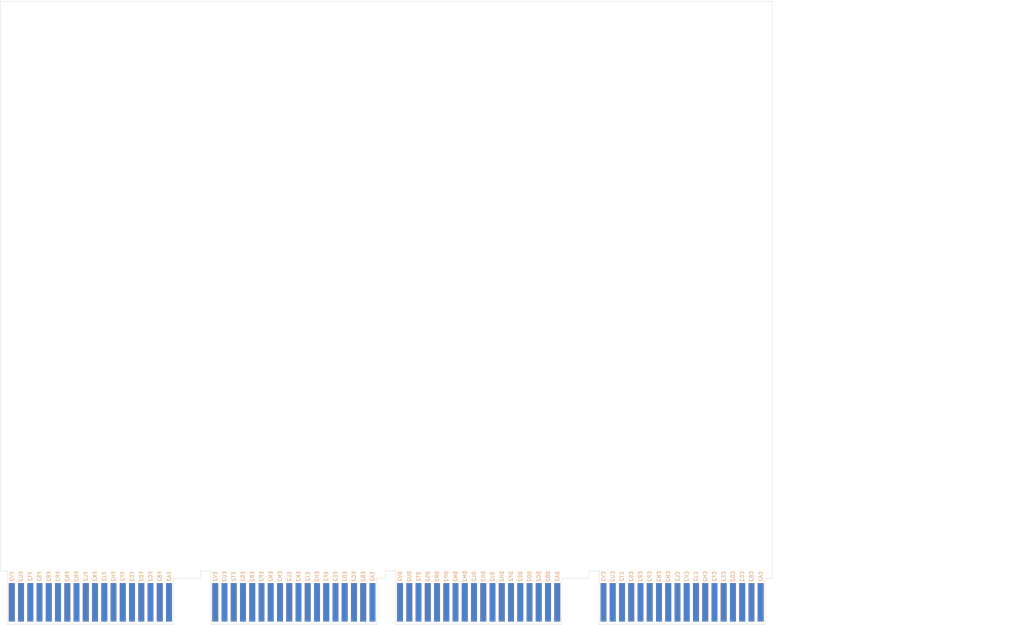
<source format=kicad_pcb>
(kicad_pcb (version 20171130) (host pcbnew "(5.1.10)-1")

  (general
    (thickness 1.6)
    (drawings 39)
    (tracks 0)
    (zones 0)
    (modules 9)
    (nets 1)
  )

  (page C)
  (title_block
    (title "DEC FLIP CHIP Module : Quad-Height, Extended-Length, Rows C-F")
    (rev 1)
  )

  (layers
    (0 F.Cu signal)
    (31 B.Cu signal)
    (32 B.Adhes user)
    (33 F.Adhes user)
    (34 B.Paste user)
    (35 F.Paste user)
    (36 B.SilkS user)
    (37 F.SilkS user)
    (38 B.Mask user)
    (39 F.Mask user)
    (40 Dwgs.User user)
    (41 Cmts.User user)
    (42 Eco1.User user)
    (43 Eco2.User user)
    (44 Edge.Cuts user)
    (45 Margin user)
    (46 B.CrtYd user)
    (47 F.CrtYd user)
    (48 B.Fab user)
    (49 F.Fab user)
  )

  (setup
    (last_trace_width 0.25)
    (trace_clearance 0.2)
    (zone_clearance 0.508)
    (zone_45_only no)
    (trace_min 0.2)
    (via_size 0.8)
    (via_drill 0.4)
    (via_min_size 0.4)
    (via_min_drill 0.3)
    (uvia_size 0.3)
    (uvia_drill 0.1)
    (uvias_allowed no)
    (uvia_min_size 0.2)
    (uvia_min_drill 0.1)
    (edge_width 0.127)
    (segment_width 0.2)
    (pcb_text_width 0.3)
    (pcb_text_size 1.5 1.5)
    (mod_edge_width 0.12)
    (mod_text_size 1 1)
    (mod_text_width 0.15)
    (pad_size 2.032 13.208)
    (pad_drill 0)
    (pad_to_mask_clearance 0)
    (aux_axis_origin 0 0)
    (grid_origin 406.4 304.8)
    (visible_elements 7FFFFFFF)
    (pcbplotparams
      (layerselection 0x010fc_ffffffff)
      (usegerberextensions false)
      (usegerberattributes true)
      (usegerberadvancedattributes true)
      (creategerberjobfile true)
      (excludeedgelayer true)
      (linewidth 0.100000)
      (plotframeref false)
      (viasonmask false)
      (mode 1)
      (useauxorigin false)
      (hpglpennumber 1)
      (hpglpenspeed 20)
      (hpglpendiameter 15.000000)
      (psnegative false)
      (psa4output false)
      (plotreference true)
      (plotvalue true)
      (plotinvisibletext false)
      (padsonsilk false)
      (subtractmaskfromsilk false)
      (outputformat 1)
      (mirror false)
      (drillshape 1)
      (scaleselection 1)
      (outputdirectory ""))
  )

  (net 0 "")

  (net_class Default "This is the default net class."
    (clearance 0.2)
    (trace_width 0.25)
    (via_dia 0.8)
    (via_drill 0.4)
    (uvia_dia 0.3)
    (uvia_drill 0.1)
  )

  (module DEC-FLIP-CHIP:CONN-DEC-QUAD-CF (layer F.Cu) (tedit 6169FD60) (tstamp 616A621F)
    (at 406.4 304.8)
    (descr "DEC FLIP CHIP QUAD-HEX Edge Connector, Rows C-F")
    (fp_text reference J1 (at -132.4864 4.6228) (layer Cmts.User) hide
      (effects (font (size 1.27 1.27) (thickness 0.2032)))
    )
    (fp_text value CONN-DEC-QUAD-CF (at -132.9944 7.7216) (layer Cmts.User) hide
      (effects (font (size 1.27 1.27) (thickness 0.2032)))
    )
    (fp_text user FP2 (at -245.2624 -16.51 90) (layer B.SilkS)
      (effects (font (size 1.27 1.27) (thickness 0.2032)) (justify mirror))
    )
    (fp_text user FS2 (at -251.6124 -16.51 90) (layer B.SilkS)
      (effects (font (size 1.27 1.27) (thickness 0.2032)) (justify mirror))
    )
    (fp_text user FT2 (at -254.7874 -16.51 90) (layer B.SilkS)
      (effects (font (size 1.27 1.27) (thickness 0.2032)) (justify mirror))
    )
    (fp_text user FV2 (at -261.1374 -16.51 90) (layer B.SilkS)
      (effects (font (size 1.27 1.27) (thickness 0.2032)) (justify mirror))
    )
    (fp_text user FU2 (at -257.9624 -16.51 90) (layer B.SilkS)
      (effects (font (size 1.27 1.27) (thickness 0.2032)) (justify mirror))
    )
    (fp_text user FR2 (at -248.4374 -16.51 90) (layer B.SilkS)
      (effects (font (size 1.27 1.27) (thickness 0.2032)) (justify mirror))
    )
    (fp_text user FM2 (at -238.9124 -16.51 90) (layer B.SilkS)
      (effects (font (size 1.27 1.27) (thickness 0.2032)) (justify mirror))
    )
    (fp_text user EB2 (at -140.4874 -16.51 90) (layer B.SilkS)
      (effects (font (size 1.27 1.27) (thickness 0.2032)) (justify mirror))
    )
    (fp_text user EN2 (at -172.2374 -16.51 90) (layer B.SilkS)
      (effects (font (size 1.27 1.27) (thickness 0.2032)) (justify mirror))
    )
    (fp_text user FE2 (at -219.8624 -16.51 90) (layer B.SilkS)
      (effects (font (size 1.27 1.27) (thickness 0.2032)) (justify mirror))
    )
    (fp_text user FL2 (at -235.7374 -16.51 90) (layer B.SilkS)
      (effects (font (size 1.27 1.27) (thickness 0.2032)) (justify mirror))
    )
    (fp_text user FJ2 (at -229.3874 -16.51 90) (layer B.SilkS)
      (effects (font (size 1.27 1.27) (thickness 0.2032)) (justify mirror))
    )
    (fp_text user FH2 (at -226.2124 -16.51 90) (layer B.SilkS)
      (effects (font (size 1.27 1.27) (thickness 0.2032)) (justify mirror))
    )
    (fp_text user ED2 (at -146.8374 -16.51 90) (layer B.SilkS)
      (effects (font (size 1.27 1.27) (thickness 0.2032)) (justify mirror))
    )
    (fp_text user EP2 (at -175.4124 -16.51 90) (layer B.SilkS)
      (effects (font (size 1.27 1.27) (thickness 0.2032)) (justify mirror))
    )
    (fp_text user FB2 (at -210.3374 -16.51 90) (layer B.SilkS)
      (effects (font (size 1.27 1.27) (thickness 0.2032)) (justify mirror))
    )
    (fp_text user EC2 (at -143.6624 -16.51 90) (layer B.SilkS)
      (effects (font (size 1.27 1.27) (thickness 0.2032)) (justify mirror))
    )
    (fp_text user ES2 (at -181.7624 -16.51 90) (layer B.SilkS)
      (effects (font (size 1.27 1.27) (thickness 0.2032)) (justify mirror))
    )
    (fp_text user EL2 (at -165.8874 -16.51 90) (layer B.SilkS)
      (effects (font (size 1.27 1.27) (thickness 0.2032)) (justify mirror))
    )
    (fp_text user EJ2 (at -159.5374 -16.51 90) (layer B.SilkS)
      (effects (font (size 1.27 1.27) (thickness 0.2032)) (justify mirror))
    )
    (fp_text user EA2 (at -137.3124 -16.51 90) (layer B.SilkS)
      (effects (font (size 1.27 1.27) (thickness 0.2032)) (justify mirror))
    )
    (fp_text user ET2 (at -184.9374 -16.51 90) (layer B.SilkS)
      (effects (font (size 1.27 1.27) (thickness 0.2032)) (justify mirror))
    )
    (fp_text user ER2 (at -178.5874 -16.51 90) (layer B.SilkS)
      (effects (font (size 1.27 1.27) (thickness 0.2032)) (justify mirror))
    )
    (fp_text user EU2 (at -188.1124 -16.51 90) (layer B.SilkS)
      (effects (font (size 1.27 1.27) (thickness 0.2032)) (justify mirror))
    )
    (fp_text user EV2 (at -191.2874 -16.51 90) (layer B.SilkS)
      (effects (font (size 1.27 1.27) (thickness 0.2032)) (justify mirror))
    )
    (fp_text user FN2 (at -242.0874 -16.51 90) (layer B.SilkS)
      (effects (font (size 1.27 1.27) (thickness 0.2032)) (justify mirror))
    )
    (fp_text user FK2 (at -232.5624 -16.51 90) (layer B.SilkS)
      (effects (font (size 1.27 1.27) (thickness 0.2032)) (justify mirror))
    )
    (fp_text user EK2 (at -162.7124 -16.51 90) (layer B.SilkS)
      (effects (font (size 1.27 1.27) (thickness 0.2032)) (justify mirror))
    )
    (fp_text user FF2 (at -223.0374 -16.51 90) (layer B.SilkS)
      (effects (font (size 1.27 1.27) (thickness 0.2032)) (justify mirror))
    )
    (fp_text user EM2 (at -169.0624 -16.51 90) (layer B.SilkS)
      (effects (font (size 1.27 1.27) (thickness 0.2032)) (justify mirror))
    )
    (fp_text user FA2 (at -207.1624 -16.51 90) (layer B.SilkS)
      (effects (font (size 1.27 1.27) (thickness 0.2032)) (justify mirror))
    )
    (fp_text user EF2 (at -153.1874 -16.51 90) (layer B.SilkS)
      (effects (font (size 1.27 1.27) (thickness 0.2032)) (justify mirror))
    )
    (fp_text user EH2 (at -156.3624 -16.51 90) (layer B.SilkS)
      (effects (font (size 1.27 1.27) (thickness 0.2032)) (justify mirror))
    )
    (fp_text user FD2 (at -216.6874 -16.51 90) (layer B.SilkS)
      (effects (font (size 1.27 1.27) (thickness 0.2032)) (justify mirror))
    )
    (fp_text user FC2 (at -213.5124 -16.51 90) (layer B.SilkS)
      (effects (font (size 1.27 1.27) (thickness 0.2032)) (justify mirror))
    )
    (fp_text user EE2 (at -150.0124 -16.51 90) (layer B.SilkS)
      (effects (font (size 1.27 1.27) (thickness 0.2032)) (justify mirror))
    )
    (fp_text user FE1 (at -219.8624 -16.51 90) (layer F.SilkS)
      (effects (font (size 1.27 1.27) (thickness 0.2032)))
    )
    (fp_text user FK1 (at -232.5624 -16.51 90) (layer F.SilkS)
      (effects (font (size 1.27 1.27) (thickness 0.2032)))
    )
    (fp_text user EB1 (at -140.4874 -16.51 90) (layer F.SilkS)
      (effects (font (size 1.27 1.27) (thickness 0.2032)))
    )
    (fp_text user FL1 (at -235.7374 -16.51 90) (layer F.SilkS)
      (effects (font (size 1.27 1.27) (thickness 0.2032)))
    )
    (fp_text user FM1 (at -238.9124 -16.51 90) (layer F.SilkS)
      (effects (font (size 1.27 1.27) (thickness 0.2032)))
    )
    (fp_text user FR1 (at -248.4374 -16.51 90) (layer F.SilkS)
      (effects (font (size 1.27 1.27) (thickness 0.2032)))
    )
    (fp_text user EP1 (at -175.4124 -16.51 90) (layer F.SilkS)
      (effects (font (size 1.27 1.27) (thickness 0.2032)))
    )
    (fp_text user FA1 (at -207.1624 -16.51 90) (layer F.SilkS)
      (effects (font (size 1.27 1.27) (thickness 0.2032)))
    )
    (fp_text user FC1 (at -213.5124 -16.51 90) (layer F.SilkS)
      (effects (font (size 1.27 1.27) (thickness 0.2032)))
    )
    (fp_text user FV1 (at -261.1374 -16.51 90) (layer F.SilkS)
      (effects (font (size 1.27 1.27) (thickness 0.2032)))
    )
    (fp_text user ER1 (at -178.5874 -16.51 90) (layer F.SilkS)
      (effects (font (size 1.27 1.27) (thickness 0.2032)))
    )
    (fp_text user ES1 (at -181.7624 -16.51 90) (layer F.SilkS)
      (effects (font (size 1.27 1.27) (thickness 0.2032)))
    )
    (fp_text user EV1 (at -191.2874 -16.51 90) (layer F.SilkS)
      (effects (font (size 1.27 1.27) (thickness 0.2032)))
    )
    (fp_text user FB1 (at -210.3374 -16.51 90) (layer F.SilkS)
      (effects (font (size 1.27 1.27) (thickness 0.2032)))
    )
    (fp_text user EN1 (at -172.2374 -16.51 90) (layer F.SilkS)
      (effects (font (size 1.27 1.27) (thickness 0.2032)))
    )
    (fp_text user EU1 (at -188.1124 -16.51 90) (layer F.SilkS)
      (effects (font (size 1.27 1.27) (thickness 0.2032)))
    )
    (fp_text user EF1 (at -153.1874 -16.51 90) (layer F.SilkS)
      (effects (font (size 1.27 1.27) (thickness 0.2032)))
    )
    (fp_text user FD1 (at -216.6874 -16.51 90) (layer F.SilkS)
      (effects (font (size 1.27 1.27) (thickness 0.2032)))
    )
    (fp_text user FS1 (at -251.6124 -16.51 90) (layer F.SilkS)
      (effects (font (size 1.27 1.27) (thickness 0.2032)))
    )
    (fp_text user FH1 (at -226.2124 -16.51 90) (layer F.SilkS)
      (effects (font (size 1.27 1.27) (thickness 0.2032)))
    )
    (fp_text user EL1 (at -165.8874 -16.51 90) (layer F.SilkS)
      (effects (font (size 1.27 1.27) (thickness 0.2032)))
    )
    (fp_text user EK1 (at -162.7124 -16.51 90) (layer F.SilkS)
      (effects (font (size 1.27 1.27) (thickness 0.2032)))
    )
    (fp_text user EH1 (at -156.3624 -16.51 90) (layer F.SilkS)
      (effects (font (size 1.27 1.27) (thickness 0.2032)))
    )
    (fp_text user FU1 (at -257.9624 -16.51 90) (layer F.SilkS)
      (effects (font (size 1.27 1.27) (thickness 0.2032)))
    )
    (fp_text user ET1 (at -184.9374 -16.51 90) (layer F.SilkS)
      (effects (font (size 1.27 1.27) (thickness 0.2032)))
    )
    (fp_text user EA1 (at -137.3124 -16.51 90) (layer F.SilkS)
      (effects (font (size 1.27 1.27) (thickness 0.2032)))
    )
    (fp_text user ED1 (at -146.8374 -16.51 90) (layer F.SilkS)
      (effects (font (size 1.27 1.27) (thickness 0.2032)))
    )
    (fp_text user EC1 (at -143.6624 -16.51 90) (layer F.SilkS)
      (effects (font (size 1.27 1.27) (thickness 0.2032)))
    )
    (fp_text user FF1 (at -223.0374 -16.51 90) (layer F.SilkS)
      (effects (font (size 1.27 1.27) (thickness 0.2032)))
    )
    (fp_text user FJ1 (at -229.3874 -16.51 90) (layer F.SilkS)
      (effects (font (size 1.27 1.27) (thickness 0.2032)))
    )
    (fp_text user FT1 (at -254.7874 -16.51 90) (layer F.SilkS)
      (effects (font (size 1.27 1.27) (thickness 0.2032)))
    )
    (fp_text user FP1 (at -245.2624 -16.51 90) (layer F.SilkS)
      (effects (font (size 1.27 1.27) (thickness 0.2032)))
    )
    (fp_text user FN1 (at -242.0874 -16.51 90) (layer F.SilkS)
      (effects (font (size 1.27 1.27) (thickness 0.2032)))
    )
    (fp_text user EE1 (at -150.0124 -16.51 90) (layer F.SilkS)
      (effects (font (size 1.27 1.27) (thickness 0.2032)))
    )
    (fp_text user EM1 (at -169.0624 -16.51 90) (layer F.SilkS)
      (effects (font (size 1.27 1.27) (thickness 0.2032)))
    )
    (fp_text user EJ1 (at -159.5374 -16.51 90) (layer F.SilkS)
      (effects (font (size 1.27 1.27) (thickness 0.2032)))
    )
    (fp_text user DV2 (at -127.8382 -16.51 90) (layer B.SilkS)
      (effects (font (size 1.27 1.27) (thickness 0.2032)) (justify mirror))
    )
    (fp_text user DU2 (at -124.6632 -16.51 90) (layer B.SilkS)
      (effects (font (size 1.27 1.27) (thickness 0.2032)) (justify mirror))
    )
    (fp_text user DT2 (at -121.4882 -16.51 90) (layer B.SilkS)
      (effects (font (size 1.27 1.27) (thickness 0.2032)) (justify mirror))
    )
    (fp_text user DS2 (at -118.3132 -16.51 90) (layer B.SilkS)
      (effects (font (size 1.27 1.27) (thickness 0.2032)) (justify mirror))
    )
    (fp_text user DR2 (at -115.1382 -16.51 90) (layer B.SilkS)
      (effects (font (size 1.27 1.27) (thickness 0.2032)) (justify mirror))
    )
    (fp_text user DP2 (at -111.9632 -16.51 90) (layer B.SilkS)
      (effects (font (size 1.27 1.27) (thickness 0.2032)) (justify mirror))
    )
    (fp_text user DN2 (at -108.7882 -16.51 90) (layer B.SilkS)
      (effects (font (size 1.27 1.27) (thickness 0.2032)) (justify mirror))
    )
    (fp_text user DM2 (at -105.6132 -16.51 90) (layer B.SilkS)
      (effects (font (size 1.27 1.27) (thickness 0.2032)) (justify mirror))
    )
    (fp_text user DL2 (at -102.4382 -16.51 90) (layer B.SilkS)
      (effects (font (size 1.27 1.27) (thickness 0.2032)) (justify mirror))
    )
    (fp_text user DK2 (at -99.2632 -16.51 90) (layer B.SilkS)
      (effects (font (size 1.27 1.27) (thickness 0.2032)) (justify mirror))
    )
    (fp_text user DJ2 (at -96.0882 -16.51 90) (layer B.SilkS)
      (effects (font (size 1.27 1.27) (thickness 0.2032)) (justify mirror))
    )
    (fp_text user DH2 (at -92.9132 -16.51 90) (layer B.SilkS)
      (effects (font (size 1.27 1.27) (thickness 0.2032)) (justify mirror))
    )
    (fp_text user DF2 (at -89.7382 -16.51 90) (layer B.SilkS)
      (effects (font (size 1.27 1.27) (thickness 0.2032)) (justify mirror))
    )
    (fp_text user DE2 (at -86.5632 -16.51 90) (layer B.SilkS)
      (effects (font (size 1.27 1.27) (thickness 0.2032)) (justify mirror))
    )
    (fp_text user DD2 (at -83.3882 -16.51 90) (layer B.SilkS)
      (effects (font (size 1.27 1.27) (thickness 0.2032)) (justify mirror))
    )
    (fp_text user DC2 (at -80.2132 -16.51 90) (layer B.SilkS)
      (effects (font (size 1.27 1.27) (thickness 0.2032)) (justify mirror))
    )
    (fp_text user DB2 (at -77.0382 -16.51 90) (layer B.SilkS)
      (effects (font (size 1.27 1.27) (thickness 0.2032)) (justify mirror))
    )
    (fp_text user DA2 (at -73.8632 -16.51 90) (layer B.SilkS)
      (effects (font (size 1.27 1.27) (thickness 0.2032)) (justify mirror))
    )
    (fp_text user CA2 (at -4.0132 -16.51 90) (layer B.SilkS)
      (effects (font (size 1.27 1.27) (thickness 0.2032)) (justify mirror))
    )
    (fp_text user CB2 (at -7.1882 -16.51 90) (layer B.SilkS)
      (effects (font (size 1.27 1.27) (thickness 0.2032)) (justify mirror))
    )
    (fp_text user CC2 (at -10.3632 -16.51 90) (layer B.SilkS)
      (effects (font (size 1.27 1.27) (thickness 0.2032)) (justify mirror))
    )
    (fp_text user CD2 (at -13.5382 -16.51 90) (layer B.SilkS)
      (effects (font (size 1.27 1.27) (thickness 0.2032)) (justify mirror))
    )
    (fp_text user CE2 (at -16.7132 -16.51 90) (layer B.SilkS)
      (effects (font (size 1.27 1.27) (thickness 0.2032)) (justify mirror))
    )
    (fp_text user CF2 (at -19.8882 -16.51 90) (layer B.SilkS)
      (effects (font (size 1.27 1.27) (thickness 0.2032)) (justify mirror))
    )
    (fp_text user CH2 (at -23.0632 -16.51 90) (layer B.SilkS)
      (effects (font (size 1.27 1.27) (thickness 0.2032)) (justify mirror))
    )
    (fp_text user CJ2 (at -26.2382 -16.51 90) (layer B.SilkS)
      (effects (font (size 1.27 1.27) (thickness 0.2032)) (justify mirror))
    )
    (fp_text user CK2 (at -29.4132 -16.51 90) (layer B.SilkS)
      (effects (font (size 1.27 1.27) (thickness 0.2032)) (justify mirror))
    )
    (fp_text user CL2 (at -32.5882 -16.51 90) (layer B.SilkS)
      (effects (font (size 1.27 1.27) (thickness 0.2032)) (justify mirror))
    )
    (fp_text user CM2 (at -35.7632 -16.51 90) (layer B.SilkS)
      (effects (font (size 1.27 1.27) (thickness 0.2032)) (justify mirror))
    )
    (fp_text user CN2 (at -38.9382 -16.51 90) (layer B.SilkS)
      (effects (font (size 1.27 1.27) (thickness 0.2032)) (justify mirror))
    )
    (fp_text user CP2 (at -42.1132 -16.51 90) (layer B.SilkS)
      (effects (font (size 1.27 1.27) (thickness 0.2032)) (justify mirror))
    )
    (fp_text user CR2 (at -45.2882 -16.51 90) (layer B.SilkS)
      (effects (font (size 1.27 1.27) (thickness 0.2032)) (justify mirror))
    )
    (fp_text user CS2 (at -48.4632 -16.51 90) (layer B.SilkS)
      (effects (font (size 1.27 1.27) (thickness 0.2032)) (justify mirror))
    )
    (fp_text user CT2 (at -51.6382 -16.51 90) (layer B.SilkS)
      (effects (font (size 1.27 1.27) (thickness 0.2032)) (justify mirror))
    )
    (fp_text user CU2 (at -54.8132 -16.51 90) (layer B.SilkS)
      (effects (font (size 1.27 1.27) (thickness 0.2032)) (justify mirror))
    )
    (fp_text user CV2 (at -57.9882 -16.51 90) (layer B.SilkS)
      (effects (font (size 1.27 1.27) (thickness 0.2032)) (justify mirror))
    )
    (fp_text user DA1 (at -73.8632 -16.51 90) (layer F.SilkS)
      (effects (font (size 1.27 1.27) (thickness 0.2032)))
    )
    (fp_text user DB1 (at -77.0382 -16.51 90) (layer F.SilkS)
      (effects (font (size 1.27 1.27) (thickness 0.2032)))
    )
    (fp_text user DC1 (at -80.2132 -16.51 90) (layer F.SilkS)
      (effects (font (size 1.27 1.27) (thickness 0.2032)))
    )
    (fp_text user DD1 (at -83.3882 -16.51 90) (layer F.SilkS)
      (effects (font (size 1.27 1.27) (thickness 0.2032)))
    )
    (fp_text user DE1 (at -86.5632 -16.51 90) (layer F.SilkS)
      (effects (font (size 1.27 1.27) (thickness 0.2032)))
    )
    (fp_text user DF1 (at -89.7382 -16.51 90) (layer F.SilkS)
      (effects (font (size 1.27 1.27) (thickness 0.2032)))
    )
    (fp_text user DH1 (at -92.9132 -16.51 90) (layer F.SilkS)
      (effects (font (size 1.27 1.27) (thickness 0.2032)))
    )
    (fp_text user DJ1 (at -96.0882 -16.51 90) (layer F.SilkS)
      (effects (font (size 1.27 1.27) (thickness 0.2032)))
    )
    (fp_text user DK1 (at -99.2632 -16.51 90) (layer F.SilkS)
      (effects (font (size 1.27 1.27) (thickness 0.2032)))
    )
    (fp_text user DL1 (at -102.4382 -16.51 90) (layer F.SilkS)
      (effects (font (size 1.27 1.27) (thickness 0.2032)))
    )
    (fp_text user DM1 (at -105.6132 -16.51 90) (layer F.SilkS)
      (effects (font (size 1.27 1.27) (thickness 0.2032)))
    )
    (fp_text user DN1 (at -108.7882 -16.51 90) (layer F.SilkS)
      (effects (font (size 1.27 1.27) (thickness 0.2032)))
    )
    (fp_text user DP1 (at -111.9632 -16.51 90) (layer F.SilkS)
      (effects (font (size 1.27 1.27) (thickness 0.2032)))
    )
    (fp_text user DR1 (at -115.1382 -16.51 90) (layer F.SilkS)
      (effects (font (size 1.27 1.27) (thickness 0.2032)))
    )
    (fp_text user DS1 (at -118.3132 -16.51 90) (layer F.SilkS)
      (effects (font (size 1.27 1.27) (thickness 0.2032)))
    )
    (fp_text user DT1 (at -121.4882 -16.51 90) (layer F.SilkS)
      (effects (font (size 1.27 1.27) (thickness 0.2032)))
    )
    (fp_text user DU1 (at -124.6632 -16.51 90) (layer F.SilkS)
      (effects (font (size 1.27 1.27) (thickness 0.2032)))
    )
    (fp_text user DV1 (at -127.8382 -16.51 90) (layer F.SilkS)
      (effects (font (size 1.27 1.27) (thickness 0.2032)))
    )
    (fp_text user CV1 (at -57.9882 -16.51 90) (layer F.SilkS)
      (effects (font (size 1.27 1.27) (thickness 0.2032)))
    )
    (fp_text user CU1 (at -54.8132 -16.51 90) (layer F.SilkS)
      (effects (font (size 1.27 1.27) (thickness 0.2032)))
    )
    (fp_text user CT1 (at -51.6382 -16.51 90) (layer F.SilkS)
      (effects (font (size 1.27 1.27) (thickness 0.2032)))
    )
    (fp_text user CS1 (at -48.4632 -16.51 90) (layer F.SilkS)
      (effects (font (size 1.27 1.27) (thickness 0.2032)))
    )
    (fp_text user CR1 (at -45.2882 -16.51 90) (layer F.SilkS)
      (effects (font (size 1.27 1.27) (thickness 0.2032)))
    )
    (fp_text user CP1 (at -42.1132 -16.51 90) (layer F.SilkS)
      (effects (font (size 1.27 1.27) (thickness 0.2032)))
    )
    (fp_text user CN1 (at -38.9382 -16.51 90) (layer F.SilkS)
      (effects (font (size 1.27 1.27) (thickness 0.2032)))
    )
    (fp_text user CM1 (at -35.7632 -16.51 90) (layer F.SilkS)
      (effects (font (size 1.27 1.27) (thickness 0.2032)))
    )
    (fp_text user CL1 (at -32.5882 -16.51 90) (layer F.SilkS)
      (effects (font (size 1.27 1.27) (thickness 0.2032)))
    )
    (fp_text user CK1 (at -29.4132 -16.51 90) (layer F.SilkS)
      (effects (font (size 1.27 1.27) (thickness 0.2032)))
    )
    (fp_text user CJ1 (at -26.2382 -16.51 90) (layer F.SilkS)
      (effects (font (size 1.27 1.27) (thickness 0.2032)))
    )
    (fp_text user CH1 (at -23.0632 -16.51 90) (layer F.SilkS)
      (effects (font (size 1.27 1.27) (thickness 0.2032)))
    )
    (fp_text user CF1 (at -19.8882 -16.51 90) (layer F.SilkS)
      (effects (font (size 1.27 1.27) (thickness 0.2032)))
    )
    (fp_text user CE1 (at -16.7132 -16.51 90) (layer F.SilkS)
      (effects (font (size 1.27 1.27) (thickness 0.2032)))
    )
    (fp_text user CD1 (at -13.5382 -16.51 90) (layer F.SilkS)
      (effects (font (size 1.27 1.27) (thickness 0.2032)))
    )
    (fp_text user CC1 (at -10.3632 -16.51 90) (layer F.SilkS)
      (effects (font (size 1.27 1.27) (thickness 0.2032)))
    )
    (fp_text user CB1 (at -7.1882 -16.51 90) (layer F.SilkS)
      (effects (font (size 1.27 1.27) (thickness 0.2032)))
    )
    (fp_text user CA1 (at -4.0132 -16.51 90) (layer F.SilkS)
      (effects (font (size 1.27 1.27) (thickness 0.2032)))
    )
    (pad FN2 connect rect (at -242.0874 -13.462) (size 2.032 13.208) (drill (offset 0 5.842)) (layers B.Cu B.Mask))
    (pad FE2 connect rect (at -219.8624 -13.462) (size 2.032 13.208) (drill (offset 0 5.842)) (layers B.Cu B.Mask))
    (pad EU2 connect rect (at -188.1124 -13.462) (size 2.032 13.208) (drill (offset 0 5.842)) (layers B.Cu B.Mask))
    (pad EM2 connect rect (at -169.0624 -13.462) (size 2.032 13.208) (drill (offset 0 5.842)) (layers B.Cu B.Mask))
    (pad FC2 connect rect (at -213.5124 -13.462) (size 2.032 13.208) (drill (offset 0 5.842)) (layers B.Cu B.Mask))
    (pad EA2 connect rect (at -137.3124 -13.462) (size 2.032 13.208) (drill (offset 0 5.842)) (layers B.Cu B.Mask))
    (pad FK2 connect rect (at -232.5624 -13.462) (size 2.032 13.208) (drill (offset 0 5.842)) (layers B.Cu B.Mask))
    (pad FM2 connect rect (at -238.9124 -13.462) (size 2.032 13.208) (drill (offset 0 5.842)) (layers B.Cu B.Mask))
    (pad EK2 connect rect (at -162.7124 -13.462) (size 2.032 13.208) (drill (offset 0 5.842)) (layers B.Cu B.Mask))
    (pad ER2 connect rect (at -178.5874 -13.462) (size 2.032 13.208) (drill (offset 0 5.842)) (layers B.Cu B.Mask))
    (pad EL2 connect rect (at -165.8874 -13.462) (size 2.032 13.208) (drill (offset 0 5.842)) (layers B.Cu B.Mask))
    (pad EV2 connect rect (at -191.2874 -13.462) (size 2.032 13.208) (drill (offset 0 5.842)) (layers B.Cu B.Mask))
    (pad EB2 connect rect (at -140.4874 -13.462) (size 2.032 13.208) (drill (offset 0 5.842)) (layers B.Cu B.Mask))
    (pad FF2 connect rect (at -223.0374 -13.462) (size 2.032 13.208) (drill (offset 0 5.842)) (layers B.Cu B.Mask))
    (pad FL2 connect rect (at -235.7374 -13.462) (size 2.032 13.208) (drill (offset 0 5.842)) (layers B.Cu B.Mask))
    (pad ET2 connect rect (at -184.9374 -13.462) (size 2.032 13.208) (drill (offset 0 5.842)) (layers B.Cu B.Mask))
    (pad FS2 connect rect (at -251.6124 -13.462) (size 2.032 13.208) (drill (offset 0 5.842)) (layers B.Cu B.Mask))
    (pad FU2 connect rect (at -257.9624 -13.462) (size 2.032 13.208) (drill (offset 0 5.842)) (layers B.Cu B.Mask))
    (pad ED2 connect rect (at -146.8374 -13.462) (size 2.032 13.208) (drill (offset 0 5.842)) (layers B.Cu B.Mask))
    (pad EE2 connect rect (at -150.0124 -13.462) (size 2.032 13.208) (drill (offset 0 5.842)) (layers B.Cu B.Mask))
    (pad FA2 connect rect (at -207.1624 -13.462) (size 2.032 13.208) (drill (offset 0 5.842)) (layers B.Cu B.Mask))
    (pad FJ2 connect rect (at -229.3874 -13.462) (size 2.032 13.208) (drill (offset 0 5.842)) (layers B.Cu B.Mask))
    (pad ES2 connect rect (at -181.7624 -13.462) (size 2.032 13.208) (drill (offset 0 5.842)) (layers B.Cu B.Mask))
    (pad EC2 connect rect (at -143.6624 -13.462) (size 2.032 13.208) (drill (offset 0 5.842)) (layers B.Cu B.Mask))
    (pad FT2 connect rect (at -254.7874 -13.462) (size 2.032 13.208) (drill (offset 0 5.842)) (layers B.Cu B.Mask))
    (pad EF2 connect rect (at -153.1874 -13.462) (size 2.032 13.208) (drill (offset 0 5.842)) (layers B.Cu B.Mask))
    (pad EP2 connect rect (at -175.4124 -13.462) (size 2.032 13.208) (drill (offset 0 5.842)) (layers B.Cu B.Mask))
    (pad EH2 connect rect (at -156.3624 -13.462) (size 2.032 13.208) (drill (offset 0 5.842)) (layers B.Cu B.Mask))
    (pad EN2 connect rect (at -172.2374 -13.462) (size 2.032 13.208) (drill (offset 0 5.842)) (layers B.Cu B.Mask))
    (pad FV2 connect rect (at -261.1374 -13.462) (size 2.032 13.208) (drill (offset 0 5.842)) (layers B.Cu B.Mask))
    (pad FH2 connect rect (at -226.2124 -13.462) (size 2.032 13.208) (drill (offset 0 5.842)) (layers B.Cu B.Mask))
    (pad FP2 connect rect (at -245.2624 -13.462) (size 2.032 13.208) (drill (offset 0 5.842)) (layers B.Cu B.Mask))
    (pad EJ2 connect rect (at -159.5374 -13.462) (size 2.032 13.208) (drill (offset 0 5.842)) (layers B.Cu B.Mask))
    (pad FR2 connect rect (at -248.4374 -13.462) (size 2.032 13.208) (drill (offset 0 5.842)) (layers B.Cu B.Mask))
    (pad FB2 connect rect (at -210.3374 -13.462) (size 2.032 13.208) (drill (offset 0 5.842)) (layers B.Cu B.Mask))
    (pad FD2 connect rect (at -216.6874 -13.462) (size 2.032 13.208) (drill (offset 0 5.842)) (layers B.Cu B.Mask))
    (pad FA1 connect rect (at -207.1624 -13.462) (size 2.032 13.208) (drill (offset 0 5.842)) (layers F.Cu F.Mask))
    (pad ER1 connect rect (at -178.5874 -13.462) (size 2.032 13.208) (drill (offset 0 5.842)) (layers F.Cu F.Mask))
    (pad ES1 connect rect (at -181.7624 -13.462) (size 2.032 13.208) (drill (offset 0 5.842)) (layers F.Cu F.Mask))
    (pad EH1 connect rect (at -156.3624 -13.462) (size 2.032 13.208) (drill (offset 0 5.842)) (layers F.Cu F.Mask))
    (pad FR1 connect rect (at -248.4374 -13.462) (size 2.032 13.208) (drill (offset 0 5.842)) (layers F.Cu F.Mask))
    (pad EK1 connect rect (at -162.7124 -13.462) (size 2.032 13.208) (drill (offset 0 5.842)) (layers F.Cu F.Mask))
    (pad FT1 connect rect (at -254.7874 -13.462) (size 2.032 13.208) (drill (offset 0 5.842)) (layers F.Cu F.Mask))
    (pad FS1 connect rect (at -251.6124 -13.462) (size 2.032 13.208) (drill (offset 0 5.842)) (layers F.Cu F.Mask))
    (pad EB1 connect rect (at -140.4874 -13.462) (size 2.032 13.208) (drill (offset 0 5.842)) (layers F.Cu F.Mask))
    (pad FK1 connect rect (at -232.5624 -13.462) (size 2.032 13.208) (drill (offset 0 5.842)) (layers F.Cu F.Mask))
    (pad FC1 connect rect (at -213.5124 -13.462) (size 2.032 13.208) (drill (offset 0 5.842)) (layers F.Cu F.Mask))
    (pad EF1 connect rect (at -153.1874 -13.462) (size 2.032 13.208) (drill (offset 0 5.842)) (layers F.Cu F.Mask))
    (pad EJ1 connect rect (at -159.5374 -13.462) (size 2.032 13.208) (drill (offset 0 5.842)) (layers F.Cu F.Mask))
    (pad FM1 connect rect (at -238.9124 -13.462) (size 2.032 13.208) (drill (offset 0 5.842)) (layers F.Cu F.Mask))
    (pad ED1 connect rect (at -146.8374 -13.462) (size 2.032 13.208) (drill (offset 0 5.842)) (layers F.Cu F.Mask))
    (pad FE1 connect rect (at -219.8624 -13.462) (size 2.032 13.208) (drill (offset 0 5.842)) (layers F.Cu F.Mask))
    (pad EV1 connect rect (at -191.2874 -13.462) (size 2.032 13.208) (drill (offset 0 5.842)) (layers F.Cu F.Mask))
    (pad FP1 connect rect (at -245.2624 -13.462) (size 2.032 13.208) (drill (offset 0 5.842)) (layers F.Cu F.Mask))
    (pad FN1 connect rect (at -242.0874 -13.462) (size 2.032 13.208) (drill (offset 0 5.842)) (layers F.Cu F.Mask))
    (pad FH1 connect rect (at -226.2124 -13.462) (size 2.032 13.208) (drill (offset 0 5.842)) (layers F.Cu F.Mask))
    (pad EM1 connect rect (at -169.0624 -13.462) (size 2.032 13.208) (drill (offset 0 5.842)) (layers F.Cu F.Mask))
    (pad FJ1 connect rect (at -229.3874 -13.462) (size 2.032 13.208) (drill (offset 0 5.842)) (layers F.Cu F.Mask))
    (pad FB1 connect rect (at -210.3374 -13.462) (size 2.032 13.208) (drill (offset 0 5.842)) (layers F.Cu F.Mask))
    (pad EU1 connect rect (at -188.1124 -13.462) (size 2.032 13.208) (drill (offset 0 5.842)) (layers F.Cu F.Mask))
    (pad EP1 connect rect (at -175.4124 -13.462) (size 2.032 13.208) (drill (offset 0 5.842)) (layers F.Cu F.Mask))
    (pad EL1 connect rect (at -165.8874 -13.462) (size 2.032 13.208) (drill (offset 0 5.842)) (layers F.Cu F.Mask))
    (pad EA1 connect rect (at -137.3124 -13.462) (size 2.032 13.208) (drill (offset 0 5.842)) (layers F.Cu F.Mask))
    (pad FF1 connect rect (at -223.0374 -13.462) (size 2.032 13.208) (drill (offset 0 5.842)) (layers F.Cu F.Mask))
    (pad ET1 connect rect (at -184.9374 -13.462) (size 2.032 13.208) (drill (offset 0 5.842)) (layers F.Cu F.Mask))
    (pad EE1 connect rect (at -150.0124 -13.462) (size 2.032 13.208) (drill (offset 0 5.842)) (layers F.Cu F.Mask))
    (pad EN1 connect rect (at -172.2374 -13.462) (size 2.032 13.208) (drill (offset 0 5.842)) (layers F.Cu F.Mask))
    (pad FL1 connect rect (at -235.7374 -13.462) (size 2.032 13.208) (drill (offset 0 5.842)) (layers F.Cu F.Mask))
    (pad EC1 connect rect (at -143.6624 -13.462) (size 2.032 13.208) (drill (offset 0 5.842)) (layers F.Cu F.Mask))
    (pad FV1 connect rect (at -261.1374 -13.462) (size 2.032 13.208) (drill (offset 0 5.842)) (layers F.Cu F.Mask))
    (pad FU1 connect rect (at -257.9624 -13.462) (size 2.032 13.208) (drill (offset 0 5.842)) (layers F.Cu F.Mask))
    (pad FD1 connect rect (at -216.6874 -13.462) (size 2.032 13.208) (drill (offset 0 5.842)) (layers F.Cu F.Mask))
    (pad DA2 connect rect (at -73.8632 -13.462) (size 2.032 13.208) (drill (offset 0 5.842)) (layers B.Cu B.Mask))
    (pad DB2 connect rect (at -77.0382 -13.462) (size 2.032 13.208) (drill (offset 0 5.842)) (layers B.Cu B.Mask))
    (pad DC2 connect rect (at -80.2132 -13.462) (size 2.032 13.208) (drill (offset 0 5.842)) (layers B.Cu B.Mask))
    (pad DD2 connect rect (at -83.3882 -13.462) (size 2.032 13.208) (drill (offset 0 5.842)) (layers B.Cu B.Mask))
    (pad DE2 connect rect (at -86.5632 -13.462) (size 2.032 13.208) (drill (offset 0 5.842)) (layers B.Cu B.Mask))
    (pad DF2 connect rect (at -89.7382 -13.462) (size 2.032 13.208) (drill (offset 0 5.842)) (layers B.Cu B.Mask))
    (pad DH2 connect rect (at -92.9132 -13.462) (size 2.032 13.208) (drill (offset 0 5.842)) (layers B.Cu B.Mask))
    (pad DJ2 connect rect (at -96.0882 -13.462) (size 2.032 13.208) (drill (offset 0 5.842)) (layers B.Cu B.Mask))
    (pad DK2 connect rect (at -99.2632 -13.462) (size 2.032 13.208) (drill (offset 0 5.842)) (layers B.Cu B.Mask))
    (pad DL2 connect rect (at -102.4382 -13.462) (size 2.032 13.208) (drill (offset 0 5.842)) (layers B.Cu B.Mask))
    (pad DM2 connect rect (at -105.6132 -13.462) (size 2.032 13.208) (drill (offset 0 5.842)) (layers B.Cu B.Mask))
    (pad DN2 connect rect (at -108.7882 -13.462) (size 2.032 13.208) (drill (offset 0 5.842)) (layers B.Cu B.Mask))
    (pad DP2 connect rect (at -111.9632 -13.462) (size 2.032 13.208) (drill (offset 0 5.842)) (layers B.Cu B.Mask))
    (pad DR2 connect rect (at -115.1382 -13.462) (size 2.032 13.208) (drill (offset 0 5.842)) (layers B.Cu B.Mask))
    (pad DS2 connect rect (at -118.3132 -13.462) (size 2.032 13.208) (drill (offset 0 5.842)) (layers B.Cu B.Mask))
    (pad DT2 connect rect (at -121.4882 -13.462) (size 2.032 13.208) (drill (offset 0 5.842)) (layers B.Cu B.Mask))
    (pad DU2 connect rect (at -124.6632 -13.462) (size 2.032 13.208) (drill (offset 0 5.842)) (layers B.Cu B.Mask))
    (pad DV2 connect rect (at -127.8382 -13.462) (size 2.032 13.208) (drill (offset 0 5.842)) (layers B.Cu B.Mask))
    (pad CA2 connect rect (at -4.0132 -13.462) (size 2.032 13.208) (drill (offset 0 5.842)) (layers B.Cu B.Mask))
    (pad CB2 connect rect (at -7.1882 -13.462) (size 2.032 13.208) (drill (offset 0 5.842)) (layers B.Cu B.Mask))
    (pad CC2 connect rect (at -10.3632 -13.462) (size 2.032 13.208) (drill (offset 0 5.842)) (layers B.Cu B.Mask))
    (pad CD2 connect rect (at -13.5382 -13.462) (size 2.032 13.208) (drill (offset 0 5.842)) (layers B.Cu B.Mask))
    (pad CE2 connect rect (at -16.7132 -13.462) (size 2.032 13.208) (drill (offset 0 5.842)) (layers B.Cu B.Mask))
    (pad CF2 connect rect (at -19.8882 -13.462) (size 2.032 13.208) (drill (offset 0 5.842)) (layers B.Cu B.Mask))
    (pad CH2 connect rect (at -23.0632 -13.462) (size 2.032 13.208) (drill (offset 0 5.842)) (layers B.Cu B.Mask))
    (pad CJ2 connect rect (at -26.2382 -13.462) (size 2.032 13.208) (drill (offset 0 5.842)) (layers B.Cu B.Mask))
    (pad CK2 connect rect (at -29.4132 -13.462) (size 2.032 13.208) (drill (offset 0 5.842)) (layers B.Cu B.Mask))
    (pad CL2 connect rect (at -32.5882 -13.462) (size 2.032 13.208) (drill (offset 0 5.842)) (layers B.Cu B.Mask))
    (pad CM2 connect rect (at -35.7632 -13.462) (size 2.032 13.208) (drill (offset 0 5.842)) (layers B.Cu B.Mask))
    (pad CN2 connect rect (at -38.9382 -13.462) (size 2.032 13.208) (drill (offset 0 5.842)) (layers B.Cu B.Mask))
    (pad CP2 connect rect (at -42.1132 -13.462) (size 2.032 13.208) (drill (offset 0 5.842)) (layers B.Cu B.Mask))
    (pad CR2 connect rect (at -45.2882 -13.462) (size 2.032 13.208) (drill (offset 0 5.842)) (layers B.Cu B.Mask))
    (pad CS2 connect rect (at -48.4632 -13.462) (size 2.032 13.208) (drill (offset 0 5.842)) (layers B.Cu B.Mask))
    (pad CT2 connect rect (at -51.6382 -13.462) (size 2.032 13.208) (drill (offset 0 5.842)) (layers B.Cu B.Mask))
    (pad CU2 connect rect (at -54.8132 -13.462) (size 2.032 13.208) (drill (offset 0 5.842)) (layers B.Cu B.Mask))
    (pad CV2 connect rect (at -57.9882 -13.462) (size 2.032 13.208) (drill (offset 0 5.842)) (layers B.Cu B.Mask))
    (pad DV1 connect rect (at -127.8382 -13.462) (size 2.032 13.208) (drill (offset 0 5.842)) (layers F.Cu F.Mask))
    (pad DU1 connect rect (at -124.6632 -13.462) (size 2.032 13.208) (drill (offset 0 5.842)) (layers F.Cu F.Mask))
    (pad DT1 connect rect (at -121.4882 -13.462) (size 2.032 13.208) (drill (offset 0 5.842)) (layers F.Cu F.Mask))
    (pad DS1 connect rect (at -118.3132 -13.462) (size 2.032 13.208) (drill (offset 0 5.842)) (layers F.Cu F.Mask))
    (pad DR1 connect rect (at -115.1382 -13.462) (size 2.032 13.208) (drill (offset 0 5.842)) (layers F.Cu F.Mask))
    (pad DP1 connect rect (at -111.9632 -13.462) (size 2.032 13.208) (drill (offset 0 5.842)) (layers F.Cu F.Mask))
    (pad DN1 connect rect (at -108.7882 -13.462) (size 2.032 13.208) (drill (offset 0 5.842)) (layers F.Cu F.Mask))
    (pad DM1 connect rect (at -105.6132 -13.462) (size 2.032 13.208) (drill (offset 0 5.842)) (layers F.Cu F.Mask))
    (pad DL1 connect rect (at -102.4382 -13.462) (size 2.032 13.208) (drill (offset 0 5.842)) (layers F.Cu F.Mask))
    (pad DK1 connect rect (at -99.2632 -13.462) (size 2.032 13.208) (drill (offset 0 5.842)) (layers F.Cu F.Mask))
    (pad DJ1 connect rect (at -96.0882 -13.462) (size 2.032 13.208) (drill (offset 0 5.842)) (layers F.Cu F.Mask))
    (pad DH1 connect rect (at -92.9132 -13.462) (size 2.032 13.208) (drill (offset 0 5.842)) (layers F.Cu F.Mask))
    (pad DF1 connect rect (at -89.7382 -13.462) (size 2.032 13.208) (drill (offset 0 5.842)) (layers F.Cu F.Mask))
    (pad DE1 connect rect (at -86.5632 -13.462) (size 2.032 13.208) (drill (offset 0 5.842)) (layers F.Cu F.Mask))
    (pad DD1 connect rect (at -83.3882 -13.462) (size 2.032 13.208) (drill (offset 0 5.842)) (layers F.Cu F.Mask))
    (pad DC1 connect rect (at -80.2132 -13.462) (size 2.032 13.208) (drill (offset 0 5.842)) (layers F.Cu F.Mask))
    (pad DB1 connect rect (at -77.0382 -13.462) (size 2.032 13.208) (drill (offset 0 5.842)) (layers F.Cu F.Mask))
    (pad DA1 connect rect (at -73.8632 -13.462) (size 2.032 13.208) (drill (offset 0 5.842)) (layers F.Cu F.Mask))
    (pad CV1 connect rect (at -57.9882 -13.462) (size 2.032 13.208) (drill (offset 0 5.842)) (layers F.Cu F.Mask))
    (pad CU1 connect rect (at -54.8132 -13.462) (size 2.032 13.208) (drill (offset 0 5.842)) (layers F.Cu F.Mask))
    (pad CT1 connect rect (at -51.6382 -13.462) (size 2.032 13.208) (drill (offset 0 5.842)) (layers F.Cu F.Mask))
    (pad CS1 connect rect (at -48.4632 -13.462) (size 2.032 13.208) (drill (offset 0 5.842)) (layers F.Cu F.Mask))
    (pad CR1 connect rect (at -45.2882 -13.462) (size 2.032 13.208) (drill (offset 0 5.842)) (layers F.Cu F.Mask))
    (pad CP1 connect rect (at -42.1132 -13.462) (size 2.032 13.208) (drill (offset 0 5.842)) (layers F.Cu F.Mask))
    (pad CN1 connect rect (at -38.9382 -13.462) (size 2.032 13.208) (drill (offset 0 5.842)) (layers F.Cu F.Mask))
    (pad CM1 connect rect (at -35.7632 -13.462) (size 2.032 13.208) (drill (offset 0 5.842)) (layers F.Cu F.Mask))
    (pad CL1 connect rect (at -32.5882 -13.462) (size 2.032 13.208) (drill (offset 0 5.842)) (layers F.Cu F.Mask))
    (pad CK1 connect rect (at -29.4132 -13.462) (size 2.032 13.208) (drill (offset 0 5.842)) (layers F.Cu F.Mask))
    (pad CJ1 connect rect (at -26.2382 -13.462) (size 2.032 13.208) (drill (offset 0 5.842)) (layers F.Cu F.Mask))
    (pad CH1 connect rect (at -23.0632 -13.462) (size 2.032 13.208) (drill (offset 0 5.842)) (layers F.Cu F.Mask))
    (pad CF1 connect rect (at -19.8882 -13.462) (size 2.032 13.208) (drill (offset 0 5.842)) (layers F.Cu F.Mask))
    (pad CE1 connect rect (at -16.7132 -13.462) (size 2.032 13.208) (drill (offset 0 5.842)) (layers F.Cu F.Mask))
    (pad CD1 connect rect (at -13.5382 -13.462) (size 2.032 13.208) (drill (offset 0 5.842)) (layers F.Cu F.Mask))
    (pad CC1 connect rect (at -10.3632 -13.462) (size 2.032 13.208) (drill (offset 0 5.842)) (layers F.Cu F.Mask))
    (pad CB1 connect rect (at -7.1882 -13.462) (size 2.032 13.208) (drill (offset 0 5.842)) (layers F.Cu F.Mask))
    (pad CA1 connect rect (at -4.0132 -13.462) (size 2.032 13.208) (drill (offset 0 5.842)) (layers F.Cu F.Mask))
  )

  (module MountingHole:MountingHole_3.2mm_M3 (layer F.Cu) (tedit 56D1B4CB) (tstamp 614E68A8)
    (at 146.8374 95.377)
    (descr "Mounting Hole 3.2mm, no annular, M3")
    (tags "mounting hole 3.2mm no annular m3")
    (attr virtual)
    (fp_text reference " " (at 0 -4.2) (layer F.SilkS)
      (effects (font (size 1 1) (thickness 0.15)))
    )
    (fp_text value " " (at 0 4.2) (layer F.Fab) hide
      (effects (font (size 1 1) (thickness 0.15) italic))
    )
    (fp_circle (center 0 0) (end 3.2 0) (layer Cmts.User) (width 0.15))
    (fp_circle (center 0 0) (end 3.45 0) (layer F.CrtYd) (width 0.05))
    (fp_text user %R (at 0 -0.127) (layer F.Fab)
      (effects (font (size 1 1) (thickness 0.15)))
    )
    (pad 1 np_thru_hole circle (at 0 0) (size 3.2 3.2) (drill 3.2) (layers *.Cu *.Mask))
  )

  (module MountingHole:MountingHole_3.2mm_M3 (layer F.Cu) (tedit 56D1B4CB) (tstamp 614E689A)
    (at 197.6374 95.25)
    (descr "Mounting Hole 3.2mm, no annular, M3")
    (tags "mounting hole 3.2mm no annular m3")
    (attr virtual)
    (fp_text reference " " (at 0 -4.2) (layer F.SilkS)
      (effects (font (size 1 1) (thickness 0.15)))
    )
    (fp_text value " " (at 0 4.2) (layer F.Fab) hide
      (effects (font (size 1 1) (thickness 0.15) italic))
    )
    (fp_circle (center 0 0) (end 3.45 0) (layer F.CrtYd) (width 0.05))
    (fp_circle (center 0 0) (end 3.2 0) (layer Cmts.User) (width 0.15))
    (fp_text user %R (at 0.3 0) (layer F.Fab)
      (effects (font (size 1 1) (thickness 0.15)))
    )
    (pad 1 np_thru_hole circle (at 0 0) (size 3.2 3.2) (drill 3.2) (layers *.Cu *.Mask))
  )

  (module MountingHole:MountingHole_3.2mm_M3 (layer F.Cu) (tedit 56D1B4CB) (tstamp 614E688C)
    (at 216.6874 95.377)
    (descr "Mounting Hole 3.2mm, no annular, M3")
    (tags "mounting hole 3.2mm no annular m3")
    (attr virtual)
    (fp_text reference " " (at 0 -4.2) (layer F.SilkS)
      (effects (font (size 1 1) (thickness 0.15)))
    )
    (fp_text value " " (at 0 4.2) (layer F.Fab) hide
      (effects (font (size 1 1) (thickness 0.15) italic))
    )
    (fp_circle (center 0 0) (end 3.2 0) (layer Cmts.User) (width 0.15))
    (fp_circle (center 0 0) (end 3.45 0) (layer F.CrtYd) (width 0.05))
    (fp_text user %R (at 0.3 -0.127) (layer F.Fab)
      (effects (font (size 1 1) (thickness 0.15)))
    )
    (pad 1 np_thru_hole circle (at 0 0) (size 3.2 3.2) (drill 3.2) (layers *.Cu *.Mask))
  )

  (module MountingHole:MountingHole_3.2mm_M3 (layer F.Cu) (tedit 56D1B4CB) (tstamp 614E687E)
    (at 267.4874 95.25)
    (descr "Mounting Hole 3.2mm, no annular, M3")
    (tags "mounting hole 3.2mm no annular m3")
    (attr virtual)
    (fp_text reference " " (at 0 -4.2) (layer F.SilkS)
      (effects (font (size 1 1) (thickness 0.15)))
    )
    (fp_text value " " (at 0 4.2) (layer F.Fab) hide
      (effects (font (size 1 1) (thickness 0.15) italic))
    )
    (fp_circle (center 0 0) (end 3.45 0) (layer F.CrtYd) (width 0.05))
    (fp_circle (center 0 0) (end 3.2 0) (layer Cmts.User) (width 0.15))
    (fp_text user %R (at 0.3 0) (layer F.Fab)
      (effects (font (size 1 1) (thickness 0.15)))
    )
    (pad 1 np_thru_hole circle (at 0 0) (size 3.2 3.2) (drill 3.2) (layers *.Cu *.Mask))
  )

  (module MountingHole:MountingHole_3.2mm_M3 (layer F.Cu) (tedit 56D1B4CB) (tstamp 614E6810)
    (at 400.8374 95.25)
    (descr "Mounting Hole 3.2mm, no annular, M3")
    (tags "mounting hole 3.2mm no annular m3")
    (attr virtual)
    (fp_text reference " " (at 0 -4.2) (layer F.SilkS)
      (effects (font (size 1 1) (thickness 0.15)))
    )
    (fp_text value " " (at 0 4.2) (layer F.Fab) hide
      (effects (font (size 1 1) (thickness 0.15) italic))
    )
    (fp_circle (center 0 0) (end 3.45 0) (layer F.CrtYd) (width 0.05))
    (fp_circle (center 0 0) (end 3.2 0) (layer Cmts.User) (width 0.15))
    (fp_text user %R (at 0.3 0) (layer F.Fab)
      (effects (font (size 1 1) (thickness 0.15)))
    )
    (pad 1 np_thru_hole circle (at 0 0) (size 3.2 3.2) (drill 3.2) (layers *.Cu *.Mask))
  )

  (module MountingHole:MountingHole_3.2mm_M3 (layer F.Cu) (tedit 56D1B4CB) (tstamp 614E67F9)
    (at 350.0374 95.25)
    (descr "Mounting Hole 3.2mm, no annular, M3")
    (tags "mounting hole 3.2mm no annular m3")
    (attr virtual)
    (fp_text reference " " (at 0 -4.2) (layer F.SilkS)
      (effects (font (size 1 1) (thickness 0.15)))
    )
    (fp_text value " " (at 0 4.2) (layer F.Fab) hide
      (effects (font (size 1 1) (thickness 0.15) italic))
    )
    (fp_circle (center 0 0) (end 3.2 0) (layer Cmts.User) (width 0.15))
    (fp_circle (center 0 0) (end 3.45 0) (layer F.CrtYd) (width 0.05))
    (fp_text user %R (at 0.3 0) (layer F.Fab)
      (effects (font (size 1 1) (thickness 0.15)))
    )
    (pad 1 np_thru_hole circle (at 0 0) (size 3.2 3.2) (drill 3.2) (layers *.Cu *.Mask))
  )

  (module MountingHole:MountingHole_3.2mm_M3 (layer F.Cu) (tedit 56D1B4CB) (tstamp 614E67DF)
    (at 330.9874 95.25)
    (descr "Mounting Hole 3.2mm, no annular, M3")
    (tags "mounting hole 3.2mm no annular m3")
    (attr virtual)
    (fp_text reference " " (at 0 -4.2) (layer F.SilkS)
      (effects (font (size 1 1) (thickness 0.15)))
    )
    (fp_text value " " (at 0 4.2) (layer F.Fab) hide
      (effects (font (size 1 1) (thickness 0.15) italic))
    )
    (fp_circle (center 0 0) (end 3.45 0) (layer F.CrtYd) (width 0.05))
    (fp_circle (center 0 0) (end 3.2 0) (layer Cmts.User) (width 0.15))
    (fp_text user %R (at 0.3 0) (layer F.Fab)
      (effects (font (size 1 1) (thickness 0.15)))
    )
    (pad 1 np_thru_hole circle (at 0 0) (size 3.2 3.2) (drill 3.2) (layers *.Cu *.Mask))
  )

  (module MountingHole:MountingHole_3.2mm_M3 (layer F.Cu) (tedit 56D1B4CB) (tstamp 614E6728)
    (at 280.1874 95.25)
    (descr "Mounting Hole 3.2mm, no annular, M3")
    (tags "mounting hole 3.2mm no annular m3")
    (attr virtual)
    (fp_text reference " " (at 0 -4.2) (layer F.SilkS)
      (effects (font (size 1 1) (thickness 0.15)))
    )
    (fp_text value " " (at 0 4.2) (layer F.Fab) hide
      (effects (font (size 1 1) (thickness 0.15) italic))
    )
    (fp_circle (center 0 0) (end 3.2 0) (layer Cmts.User) (width 0.15))
    (fp_circle (center 0 0) (end 3.45 0) (layer F.CrtYd) (width 0.05))
    (fp_text user %R (at 0 0) (layer F.Fab)
      (effects (font (size 1 1) (thickness 0.15)))
    )
    (pad 1 np_thru_hole circle (at 0 0) (size 3.2 3.2) (drill 3.2) (layers *.Cu *.Mask))
  )

  (gr_poly (pts (xy 403.86 304.8) (xy 346.964 304.8) (xy 346.964 290.576) (xy 403.86 290.576)) (layer B.Mask) (width 0) (tstamp 616A60BA))
  (gr_poly (pts (xy 334.01 304.8) (xy 277.114 304.8) (xy 277.1267 290.576) (xy 334.0227 290.576)) (layer B.Mask) (width 0) (tstamp 616A60B9))
  (gr_poly (pts (xy 200.7108 304.8) (xy 143.8148 304.8) (xy 143.8148 290.576) (xy 200.7108 290.576)) (layer B.Mask) (width 0) (tstamp 616A60B8))
  (gr_poly (pts (xy 270.5608 304.8) (xy 213.6648 304.8) (xy 213.6648 290.576) (xy 270.5608 290.576)) (layer B.Mask) (width 0) (tstamp 616A60B7))
  (gr_line (start 405.4348 110.8202) (end 413.9565 107.315) (layer Cmts.User) (width 0.254))
  (gr_text "Usable board space" (at 454.1012 106.1212) (layer Cmts.User)
    (effects (font (size 5.08 5.08) (thickness 0.508)))
  )
  (gr_line (start 142.875 284.8356) (end 142.875 101.6508) (layer Cmts.User) (width 0.15) (tstamp 614EAFCC))
  (gr_line (start 404.7998 101.6508) (end 142.875 101.6508) (layer Cmts.User) (width 0.15))
  (gr_line (start 404.7998 287.3756) (end 404.7998 101.6508) (layer Cmts.User) (width 0.15))
  (gr_poly (pts (xy 200.7108 304.8) (xy 143.8148 304.8) (xy 143.8148 290.576) (xy 200.7108 290.576)) (layer F.Mask) (width 0) (tstamp 614E8330))
  (gr_poly (pts (xy 270.5608 304.8) (xy 213.6648 304.8) (xy 213.6648 290.576) (xy 270.5608 290.576)) (layer F.Mask) (width 0) (tstamp 614E832C))
  (gr_poly (pts (xy 334.01 304.8) (xy 277.114 304.8) (xy 277.1267 290.576) (xy 334.0227 290.576)) (layer F.Mask) (width 0) (tstamp 614E8203))
  (gr_poly (pts (xy 403.86 304.8) (xy 346.964 304.8) (xy 346.964 290.576) (xy 403.86 290.576)) (layer F.Mask) (width 0))
  (gr_line (start 143.8148 286.385) (end 143.8148 304.8) (layer Edge.Cuts) (width 0.127) (tstamp 614E6264))
  (gr_line (start 200.7108 304.8) (end 143.8148 304.8) (layer Edge.Cuts) (width 0.127) (tstamp 614E59A3))
  (gr_line (start 210.1088 288.925) (end 200.7108 288.925) (layer Edge.Cuts) (width 0.127) (tstamp 614E599C))
  (gr_line (start 200.7108 288.925) (end 200.7108 304.8) (layer Edge.Cuts) (width 0.127) (tstamp 614E599B))
  (gr_line (start 210.1088 288.925) (end 210.1088 286.385) (layer Edge.Cuts) (width 0.127) (tstamp 614E599A))
  (gr_line (start 213.6648 286.385) (end 213.6648 304.8) (layer Edge.Cuts) (width 0.127) (tstamp 614E5999))
  (gr_line (start 213.6648 286.385) (end 210.1088 286.385) (layer Edge.Cuts) (width 0.127) (tstamp 614E5998))
  (gr_line (start 270.5608 304.8) (end 213.6648 304.8) (layer Edge.Cuts) (width 0.127) (tstamp 614E5980))
  (gr_line (start 277.114 286.385) (end 277.114 304.8) (layer Edge.Cuts) (width 0.127) (tstamp 614E597D))
  (gr_line (start 277.114 286.385) (end 273.558 286.385) (layer Edge.Cuts) (width 0.127) (tstamp 614E5977))
  (gr_line (start 273.558 288.925) (end 273.558 286.385) (layer Edge.Cuts) (width 0.127) (tstamp 614E5974))
  (gr_line (start 273.558 288.925) (end 270.5608 288.925) (layer Edge.Cuts) (width 0.127))
  (gr_line (start 270.5608 288.925) (end 270.5608 304.8) (layer Edge.Cuts) (width 0.127) (tstamp 614E596A))
  (gr_line (start 334.01 304.8) (end 277.114 304.8) (layer Edge.Cuts) (width 0.127) (tstamp 614E5966))
  (gr_line (start 346.964 286.385) (end 346.964 304.8) (layer Edge.Cuts) (width 0.127) (tstamp 614E5950))
  (gr_line (start 346.964 286.385) (end 343.408 286.385) (layer Edge.Cuts) (width 0.127))
  (gr_line (start 343.408 288.925) (end 343.408 286.385) (layer Edge.Cuts) (width 0.127))
  (gr_line (start 343.408 288.925) (end 334.01 288.925) (layer Edge.Cuts) (width 0.127))
  (gr_line (start 334.01 288.925) (end 334.01 304.8) (layer Edge.Cuts) (width 0.127) (tstamp 614E5936))
  (gr_line (start 403.86 304.8) (end 346.964 304.8) (layer Edge.Cuts) (width 0.127))
  (gr_line (start 403.86 288.925) (end 403.86 304.8) (layer Edge.Cuts) (width 0.127))
  (gr_line (start 141.2748 286.385) (end 143.8148 286.385) (layer Edge.Cuts) (width 0.127) (tstamp 614E591E))
  (gr_line (start 406.4 288.925) (end 403.86 288.925) (layer Edge.Cuts) (width 0.127) (tstamp 614E6232))
  (gr_line (start 141.2748 90.678) (end 141.2748 286.385) (layer Edge.Cuts) (width 0.127) (tstamp 614E590F))
  (gr_line (start 406.4 90.678) (end 141.2748 90.678) (layer Edge.Cuts) (width 0.127))
  (gr_line (start 406.4 90.678) (end 406.4 288.925) (layer Edge.Cuts) (width 0.127))

)

</source>
